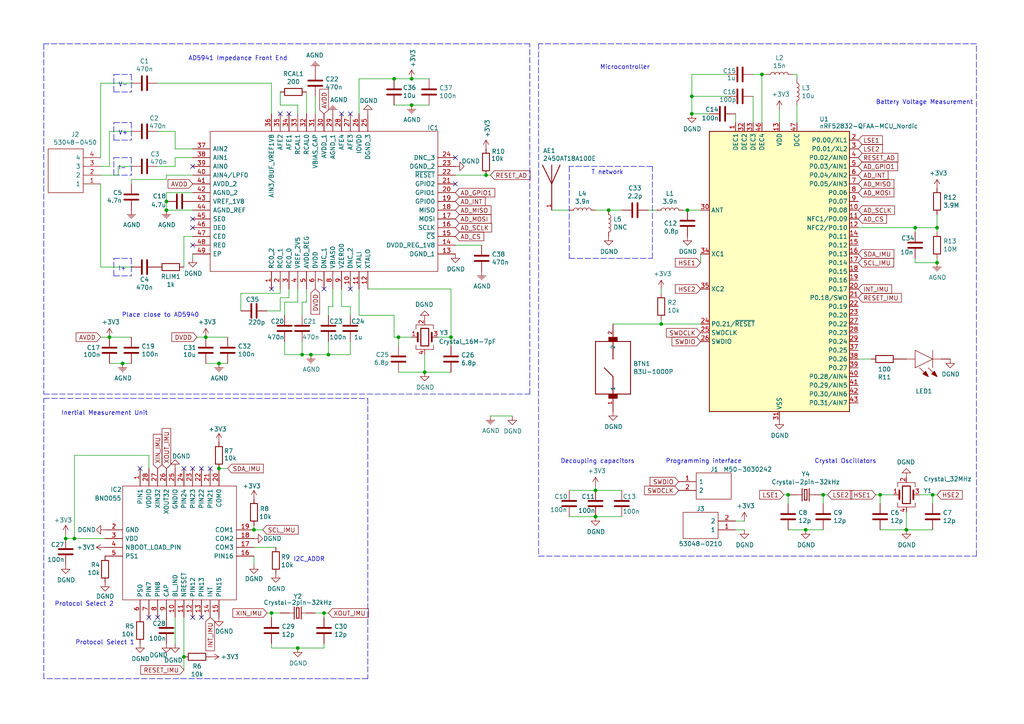
<source format=kicad_sch>
(kicad_sch (version 20250114) (generator "eeschema") (generator_version "9.0")
  (paper "A4")
  (title_block (title "VOLUM") (date "2021-02-23") (rev "v1.1") (company "University of Seville") (comment 1 "Santiago Fernández Scagliusi"))
  (text "AD5941 Impedance Front End" (at 54.61 17.78 0) (effects (font (size 1.27 1.27)) (justify left bottom)))
  (text "Inertial Measurement Unit" (at 17.78 120.65 0) (effects (font (size 1.27 1.27)) (justify left bottom)))
  (text "T network" (at 171.45 50.8 0) (effects (font (size 1.27 1.27)) (justify left bottom)))
  (text "Programming interface" (at 193.04 134.62 0) (effects (font (size 1.27 1.27)) (justify left bottom)))
  (text "I-" (at 34.29 49.53 0) (effects (font (size 1.27 1.27)) (justify left bottom)))
  (text "Decoupling capacitors" (at 162.56 134.62 0) (effects (font (size 1.27 1.27)) (justify left bottom)))
  (text "Battery Voltage Measurement" (at 254 30.48 0) (effects (font (size 1.27 1.27)) (justify left bottom)))
  (text "Crystal Oscillators" (at 236.22 134.62 0) (effects (font (size 1.27 1.27)) (justify left bottom)))
  (text "I2C_ADDR" (at 85.09 163.068 0) (effects (font (size 1.27 1.27)) (justify left bottom)))
  (text "V-" (at 34.29 25.4 0) (effects (font (size 1.27 1.27)) (justify left bottom)))
  (text "Microcontroller" (at 173.99 20.32 0) (effects (font (size 1.27 1.27)) (justify left bottom)))
  (text "V+" (at 34.29 39.37 0) (effects (font (size 1.27 1.27)) (justify left bottom)))
  (text "Protocol Select 1" (at 21.844 187.198 0) (effects (font (size 1.27 1.27)) (justify left bottom)))
  (text "Place close to AD5940" (at 35.306 92.202 0) (effects (font (size 1.27 1.27)) (justify left bottom)))
  (text "Protocol Select 2" (at 33.02 176.022 0) (effects (font (size 1.27 1.27)) (justify right bottom)))
  (text "I+" (at 34.29 78.74 0) (effects (font (size 1.27 1.27)) (justify left bottom)))
  (junction (at 86.36 187.96))
  (junction (at 31.75 97.79))
  (junction (at 255.27 143.51))
  (junction (at 119.38 22.86))
  (junction (at 262.89 153.67))
  (junction (at 48.26 60.96))
  (junction (at 123.19 107.95))
  (junction (at 35.56 105.41))
  (junction (at 93.98 177.8))
  (junction (at 238.76 143.51))
  (junction (at 220.98 21.59))
  (junction (at 199.39 60.96))
  (junction (at 176.53 60.96))
  (junction (at 119.38 30.48))
  (junction (at 19.05 156.21))
  (junction (at 53.34 190.5))
  (junction (at 87.63 102.87))
  (junction (at 200.66 33.02))
  (junction (at 21.59 156.21))
  (junction (at 270.51 143.51))
  (junction (at 191.77 93.98))
  (junction (at 48.26 58.42))
  (junction (at 90.17 102.87))
  (junction (at 73.66 153.67))
  (junction (at 59.69 97.79))
  (junction (at 271.78 76.2))
  (junction (at 271.78 66.04))
  (junction (at 233.68 153.67))
  (junction (at 265.43 66.04))
  (junction (at 140.97 50.8))
  (junction (at 200.66 27.94))
  (junction (at 228.6 143.51))
  (junction (at 63.5 135.89))
  (junction (at 78.74 177.8))
  (junction (at 63.5 105.41))
  (junction (at 130.81 97.79))
  (junction (at 114.3 22.86))
  (junction (at 172.72 149.86))
  (junction (at 172.72 142.24))
  (junction (at 115.57 97.79))
  (junction (at 95.25 102.87))
  (no_connect (at 53.34 135.89))
  (no_connect (at 55.88 179.07))
  (no_connect (at 55.88 48.26))
  (no_connect (at 58.42 179.07))
  (no_connect (at 132.08 45.72))
  (no_connect (at 81.28 33.0023))
  (no_connect (at 55.88 63.5))
  (no_connect (at 60.96 135.89))
  (no_connect (at 55.88 135.89))
  (no_connect (at 45.72 179.07))
  (no_connect (at 132.08 53.34))
  (no_connect (at 40.64 135.89))
  (no_connect (at 93.98 83.82))
  (no_connect (at 83.82 33.0023))
  (no_connect (at 101.6 33.02))
  (no_connect (at 55.88 71.12))
  (no_connect (at 58.42 135.89))
  (no_connect (at 101.6 83.82))
  (no_connect (at 78.74 83.82))
  (no_connect (at 43.18 179.07))
  (no_connect (at 55.88 66.04))
  (no_connect (at 99.06 33.02))
  (wire (pts (xy 55.88 60.96) (xy 48.26 60.96)))
  (wire (pts (xy 220.98 21.59) (xy 218.44 21.59)))
  (wire (pts (xy 240.03 143.51) (xy 238.76 143.51)))
  (wire (pts (xy 265.43 76.2) (xy 265.43 74.93)))
  (wire (pts (xy 31.75 48.26) (xy 29.21 48.26)))
  (wire (pts (xy 218.44 27.94) (xy 218.44 35.56)))
  (wire (pts (xy 93.98 187.96) (xy 93.98 186.69)))
  (wire (pts (xy 29.21 77.47) (xy 29.21 53.34)))
  (wire (pts (xy 48.26 50.8) (xy 55.88 50.8)))
  (wire (pts (xy 19.05 154.94) (xy 19.05 156.21)))
  (wire (pts (xy 130.81 97.79) (xy 130.81 100.33)))
  (wire (pts (xy 59.69 105.41) (xy 63.5 105.41)))
  (wire (pts (xy 172.72 140.97) (xy 172.72 142.24)))
  (wire (pts (xy 96.52 88.9) (xy 95.25 88.9)))
  (wire (pts (xy 29.21 97.79) (xy 31.75 97.79)))
  (wire (pts (xy 226.06 31.75) (xy 226.06 35.56)))
  (wire (pts (xy 78.74 179.07) (xy 78.74 177.8)))
  (polyline (pts (xy 33.02 40.64) (xy 38.1 40.64)) (stroke (width 0) (type dash)))
  (wire (pts (xy 233.68 153.67) (xy 238.76 153.67)))
  (wire (pts (xy 114.3 30.48) (xy 119.38 30.48)))
  (wire (pts (xy 132.08 71.12) (xy 139.7 71.12)))
  (wire (pts (xy 82.55 99.06) (xy 82.55 102.87)))
  (wire (pts (xy 254 143.51) (xy 255.27 143.51)))
  (wire (pts (xy 78.74 187.96) (xy 78.74 186.69)))
  (wire (pts (xy 50.8 179.07) (xy 50.8 186.69)))
  (wire (pts (xy 114.3 22.86) (xy 119.38 22.86)))
  (wire (pts (xy 59.69 97.79) (xy 66.04 97.79)))
  (wire (pts (xy 63.5 135.89) (xy 66.04 135.89)))
  (polyline (pts (xy 12.7 12.7) (xy 12.7 114.3)) (stroke (width 0) (type dash)))
  (wire (pts (xy 262.89 148.59) (xy 262.89 153.67)))
  (wire (pts (xy 222.25 21.59) (xy 220.98 21.59)))
  (polyline (pts (xy 33.02 35.56) (xy 38.1 35.56)) (stroke (width 0) (type dash)))
  (wire (pts (xy 101.6 102.87) (xy 101.6 99.06)))
  (wire (pts (xy 57.15 97.79) (xy 59.69 97.79)))
  (wire (pts (xy 127 97.79) (xy 130.81 97.79)))
  (wire (pts (xy 114.3 22.86) (xy 104.14 22.86)))
  (wire (pts (xy 88.9 26.67) (xy 88.9 33.02)))
  (wire (pts (xy 38.1 24.13) (xy 29.21 24.13)))
  (wire (pts (xy 210.82 27.94) (xy 200.66 27.94)))
  (polyline (pts (xy 33.02 26.67) (xy 33.02 21.59)) (stroke (width 0) (type dash)))
  (wire (pts (xy 115.57 97.79) (xy 119.38 97.79)))
  (wire (pts (xy 21.59 156.21) (xy 30.48 156.21)))
  (wire (pts (xy 191.77 92.71) (xy 191.77 93.98)))
  (polyline (pts (xy 38.1 74.93) (xy 38.1 80.01)) (stroke (width 0) (type dash)))
  (wire (pts (xy 160.02 60.96) (xy 165.1 60.96)))
  (wire (pts (xy 203.2 76.2) (xy 203.2 73.66)))
  (wire (pts (xy 48.26 55.88) (xy 55.88 55.88)))
  (polyline (pts (xy 106.68 115.57) (xy 106.68 196.85)) (stroke (width 0) (type dash)))
  (wire (pts (xy 73.66 152.4) (xy 73.66 153.67)))
  (wire (pts (xy 77.47 90.17) (xy 81.28 90.17)))
  (wire (pts (xy 34.29 50.8) (xy 34.29 48.26)))
  (wire (pts (xy 176.53 60.96) (xy 180.34 60.96)))
  (wire (pts (xy 38.1 77.47) (xy 29.21 77.47)))
  (wire (pts (xy 38.1 38.1) (xy 31.75 38.1)))
  (wire (pts (xy 238.76 143.51) (xy 238.76 146.05)))
  (wire (pts (xy 255.27 143.51) (xy 259.08 143.51)))
  (wire (pts (xy 81.28 83.82) (xy 81.28 85.09)))
  (wire (pts (xy 177.8 93.98) (xy 191.77 93.98)))
  (wire (pts (xy 187.96 60.96) (xy 190.5 60.96)))
  (wire (pts (xy 95.25 177.8) (xy 93.98 177.8)))
  (wire (pts (xy 228.6 153.67) (xy 233.68 153.67)))
  (wire (pts (xy 80.01 158.75) (xy 73.66 158.75)))
  (wire (pts (xy 119.38 30.48) (xy 124.46 30.48)))
  (wire (pts (xy 205.74 33.02) (xy 200.66 33.02)))
  (wire (pts (xy 53.34 68.58) (xy 55.88 68.58)))
  (wire (pts (xy 50.8 48.26) (xy 50.8 45.72)))
  (polyline (pts (xy 33.02 21.59) (xy 38.1 21.59)) (stroke (width 0) (type dash)))
  (wire (pts (xy 265.43 66.04) (xy 271.78 66.04)))
  (polyline (pts (xy 12.7 114.3) (xy 153.67 114.3)) (stroke (width 0) (type dash)))
  (wire (pts (xy 106.68 83.82) (xy 130.81 83.82)))
  (polyline (pts (xy 283.21 12.7) (xy 156.21 12.7)) (stroke (width 0) (type dash)))
  (wire (pts (xy 21.59 132.08) (xy 21.59 156.21)))
  (wire (pts (xy 213.36 151.13) (xy 215.9 151.13)))
  (wire (pts (xy 255.27 153.67) (xy 262.89 153.67)))
  (polyline (pts (xy 153.67 114.3) (xy 153.67 12.7)) (stroke (width 0) (type dash)))
  (wire (pts (xy 132.08 50.8) (xy 140.97 50.8)))
  (wire (pts (xy 231.14 21.59) (xy 229.87 21.59)))
  (wire (pts (xy 82.55 91.44) (xy 82.55 87.63)))
  (wire (pts (xy 119.38 22.86) (xy 124.46 22.86)))
  (wire (pts (xy 87.63 99.06) (xy 87.63 102.87)))
  (polyline (pts (xy 165.1 48.26) (xy 165.1 74.93)) (stroke (width 0) (type dash)))
  (wire (pts (xy 123.19 107.95) (xy 130.81 107.95)))
  (wire (pts (xy 271.78 143.51) (xy 270.51 143.51)))
  (wire (pts (xy 81.28 90.17) (xy 81.28 86.36)))
  (wire (pts (xy 78.74 177.8) (xy 81.28 177.8)))
  (wire (pts (xy 86.36 30.48) (xy 81.28 30.48)))
  (wire (pts (xy 213.36 33.02) (xy 213.36 35.56)))
  (polyline (pts (xy 165.1 74.93) (xy 189.23 74.93)) (stroke (width 0) (type dash)))
  (wire (pts (xy 114.3 97.79) (xy 115.57 97.79)))
  (wire (pts (xy 73.66 163.83) (xy 73.66 161.29)))
  (wire (pts (xy 53.34 190.5) (xy 53.34 194.31)))
  (wire (pts (xy 265.43 66.04) (xy 248.92 66.04)))
  (wire (pts (xy 31.75 38.1) (xy 31.75 48.26)))
  (polyline (pts (xy 12.7 196.85) (xy 12.7 115.57)) (stroke (width 0) (type dash)))
  (wire (pts (xy 104.14 22.86) (xy 104.14 33.02)))
  (polyline (pts (xy 156.21 161.29) (xy 283.21 161.29)) (stroke (width 0) (type dash)))
  (wire (pts (xy 43.18 135.89) (xy 43.18 132.08)))
  (polyline (pts (xy 12.7 115.57) (xy 106.68 115.57)) (stroke (width 0) (type dash)))
  (wire (pts (xy 266.7 143.51) (xy 270.51 143.51)))
  (wire (pts (xy 115.57 100.33) (xy 115.57 97.79)))
  (polyline (pts (xy 33.02 50.8) (xy 38.1 50.8)) (stroke (width 0) (type dash)))
  (wire (pts (xy 87.63 102.87) (xy 90.17 102.87)))
  (wire (pts (xy 104.14 91.44) (xy 114.3 91.44)))
  (wire (pts (xy 265.43 76.2) (xy 271.78 76.2)))
  (wire (pts (xy 31.75 105.41) (xy 35.56 105.41)))
  (wire (pts (xy 82.55 102.87) (xy 87.63 102.87)))
  (wire (pts (xy 34.29 48.26) (xy 38.1 48.26)))
  (wire (pts (xy 63.5 105.41) (xy 66.04 105.41)))
  (wire (pts (xy 55.88 73.66) (xy 55.88 74.93)))
  (wire (pts (xy 93.98 177.8) (xy 91.44 177.8)))
  (wire (pts (xy 172.72 60.96) (xy 176.53 60.96)))
  (wire (pts (xy 69.85 85.09) (xy 69.85 90.17)))
  (wire (pts (xy 270.51 143.51) (xy 270.51 146.05)))
  (wire (pts (xy 200.66 27.94) (xy 200.66 21.59)))
  (wire (pts (xy 48.26 60.96) (xy 48.26 58.42)))
  (wire (pts (xy 123.19 102.87) (xy 123.19 107.95)))
  (wire (pts (xy 53.34 179.07) (xy 53.34 190.5)))
  (wire (pts (xy 88.9 87.63) (xy 88.9 83.82)))
  (wire (pts (xy 78.74 187.96) (xy 86.36 187.96)))
  (wire (pts (xy 248.92 104.14) (xy 252.73 104.14)))
  (wire (pts (xy 262.89 153.67) (xy 270.51 153.67)))
  (wire (pts (xy 50.8 38.1) (xy 50.8 43.18)))
  (wire (pts (xy 95.25 99.06) (xy 95.25 102.87)))
  (wire (pts (xy 86.36 187.96) (xy 93.98 187.96)))
  (wire (pts (xy 200.66 27.94) (xy 200.66 33.02)))
  (wire (pts (xy 271.78 74.93) (xy 271.78 76.2)))
  (polyline (pts (xy 153.67 12.7) (xy 12.7 12.7)) (stroke (width 0) (type dash)))
  (wire (pts (xy 48.26 55.88) (xy 48.26 58.42)))
  (wire (pts (xy 172.72 149.86) (xy 180.34 149.86)))
  (wire (pts (xy 38.1 52.07) (xy 48.26 52.07)))
  (wire (pts (xy 165.1 142.24) (xy 172.72 142.24)))
  (wire (pts (xy 140.97 50.8) (xy 142.24 50.8)))
  (wire (pts (xy 38.1 53.34) (xy 38.1 52.07)))
  (wire (pts (xy 265.43 67.31) (xy 265.43 66.04)))
  (wire (pts (xy 50.8 43.18) (xy 55.88 43.18)))
  (polyline (pts (xy 189.23 74.93) (xy 189.23 48.26)) (stroke (width 0) (type dash)))
  (polyline (pts (xy 33.02 45.72) (xy 38.1 45.72)) (stroke (width 0) (type dash)))
  (wire (pts (xy 200.66 21.59) (xy 210.82 21.59)))
  (polyline (pts (xy 106.68 196.85) (xy 12.7 196.85)) (stroke (width 0) (type dash)))
  (wire (pts (xy 165.1 149.86) (xy 172.72 149.86)))
  (polyline (pts (xy 33.02 50.8) (xy 33.02 45.72)) (stroke (width 0) (type dash)))
  (wire (pts (xy 86.36 33.02) (xy 86.36 30.48)))
  (polyline (pts (xy 189.23 48.26) (xy 165.1 48.26)) (stroke (width 0) (type dash)))
  (polyline (pts (xy 156.21 12.7) (xy 156.21 161.29)) (stroke (width 0) (type dash)))
  (wire (pts (xy 199.39 60.96) (xy 203.2 60.96)))
  (wire (pts (xy 77.47 177.8) (xy 78.74 177.8)))
  (wire (pts (xy 227.33 143.51) (xy 228.6 143.51)))
  (wire (pts (xy 73.66 153.67) (xy 76.2 153.67)))
  (wire (pts (xy 99.06 88.9) (xy 101.6 88.9)))
  (wire (pts (xy 96.52 83.82) (xy 96.52 88.9)))
  (polyline (pts (xy 38.1 35.56) (xy 38.1 40.64)) (stroke (width 0) (type dash)))
  (wire (pts (xy 95.25 102.87) (xy 101.6 102.87)))
  (wire (pts (xy 90.17 102.87) (xy 95.25 102.87)))
  (wire (pts (xy 87.63 91.44) (xy 87.63 87.63)))
  (polyline (pts (xy 283.21 161.29) (xy 283.21 12.7)) (stroke (width 0) (type dash)))
  (wire (pts (xy 104.14 83.82) (xy 104.14 91.44)))
  (wire (pts (xy 45.72 24.13) (xy 78.74 24.13)))
  (wire (pts (xy 231.14 22.86) (xy 231.14 21.59)))
  (wire (pts (xy 130.81 83.82) (xy 130.81 97.79)))
  (wire (pts (xy 81.28 86.36) (xy 83.82 86.36)))
  (wire (pts (xy 114.3 91.44) (xy 114.3 97.79)))
  (wire (pts (xy 213.36 153.67) (xy 215.9 153.67)))
  (wire (pts (xy 191.77 93.98) (xy 203.2 93.98)))
  (wire (pts (xy 271.78 67.31) (xy 271.78 66.04)))
  (wire (pts (xy 101.6 88.9) (xy 101.6 91.44)))
  (wire (pts (xy 35.56 105.41) (xy 38.1 105.41)))
  (wire (pts (xy 220.98 35.56) (xy 220.98 21.59)))
  (polyline (pts (xy 38.1 45.72) (xy 38.1 50.8)) (stroke (width 0) (type dash)))
  (wire (pts (xy 45.72 48.26) (xy 50.8 48.26)))
  (wire (pts (xy 191.77 83.82) (xy 191.77 85.09)))
  (wire (pts (xy 45.72 38.1) (xy 50.8 38.1)))
  (wire (pts (xy 93.98 177.8) (xy 93.98 179.07)))
  (wire (pts (xy 86.36 87.63) (xy 86.36 83.82)))
  (wire (pts (xy 83.82 86.36) (xy 83.82 83.82)))
  (wire (pts (xy 95.25 88.9) (xy 95.25 91.44)))
  (wire (pts (xy 50.8 45.72) (xy 55.88 45.72)))
  (wire (pts (xy 115.57 107.95) (xy 123.19 107.95)))
  (wire (pts (xy 228.6 146.05) (xy 228.6 143.51)))
  (wire (pts (xy 29.21 24.13) (xy 29.21 45.72)))
  (wire (pts (xy 81.28 30.48) (xy 81.28 26.67)))
  (polyline (pts (xy 33.02 80.01) (xy 38.1 80.01)) (stroke (width 0) (type dash)))
  (wire (pts (xy 99.06 83.82) (xy 99.06 88.9)))
  (wire (pts (xy 271.78 66.04) (xy 271.78 62.23)))
  (polyline (pts (xy 33.02 26.67) (xy 38.1 26.67)) (stroke (width 0) (type dash)))
  (wire (pts (xy 231.14 30.48) (xy 231.14 35.56)))
  (wire (pts (xy 81.28 85.09) (xy 69.85 85.09)))
  (wire (pts (xy 148.59 120.65) (xy 142.24 120.65)))
  (wire (pts (xy 82.55 87.63) (xy 86.36 87.63)))
  (wire (pts (xy 78.74 24.13) (xy 78.74 33.02)))
  (wire (pts (xy 53.34 77.47) (xy 53.34 68.58)))
  (wire (pts (xy 91.44 27.94) (xy 91.44 33.02)))
  (wire (pts (xy 255.27 146.05) (xy 255.27 143.51)))
  (wire (pts (xy 21.59 156.21) (xy 19.05 156.21)))
  (polyline (pts (xy 33.02 74.93) (xy 38.1 74.93)) (stroke (width 0) (type dash)))
  (wire (pts (xy 48.26 52.07) (xy 48.26 50.8)))
  (polyline (pts (xy 33.02 40.64) (xy 33.02 35.56)) (stroke (width 0) (type dash)))
  (polyline (pts (xy 33.02 80.01) (xy 33.02 74.93)) (stroke (width 0) (type dash)))
  (wire (pts (xy 87.63 87.63) (xy 88.9 87.63)))
  (wire (pts (xy 172.72 142.24) (xy 180.34 142.24)))
  (wire (pts (xy 198.12 60.96) (xy 199.39 60.96)))
  (wire (pts (xy 43.18 132.08) (xy 21.59 132.08)))
  (polyline (pts (xy 38.1 21.59) (xy 38.1 26.67)) (stroke (width 0) (type dash)))
  (wire (pts (xy 31.75 97.79) (xy 38.1 97.79)))
  (wire (pts (xy 34.29 50.8) (xy 29.21 50.8)))
  (global_label "LSE2" (shape input) (at 240.03 143.51 0) (property "Intersheetrefs" "${INTERSHEET_REFS}" (effects (hide yes))))
  (global_label "SWDCLK" (shape input) (at 203.2 96.52 180) (property "Intersheetrefs" "${INTERSHEET_REFS}" (effects (hide yes))))
  (global_label "RESET_IMU" (shape input) (at 248.92 86.36 0) (property "Intersheetrefs" "${INTERSHEET_REFS}" (effects (hide yes))))
  (global_label "AD_INT" (shape input) (at 132.08 58.42 0) (property "Intersheetrefs" "${INTERSHEET_REFS}" (effects (hide yes))))
  (global_label "SCL_IMU" (shape input) (at 248.92 76.2 0) (property "Intersheetrefs" "${INTERSHEET_REFS}" (effects (hide yes))))
  (global_label "AD_MISO" (shape input) (at 248.92 53.34 0) (property "Intersheetrefs" "${INTERSHEET_REFS}" (effects (hide yes))))
  (global_label "RESET_AD" (shape input) (at 248.92 45.72 0) (property "Intersheetrefs" "${INTERSHEET_REFS}" (effects (hide yes))))
  (global_label "XIN_IMU" (shape input) (at 77.47 177.8 180) (property "Intersheetrefs" "${INTERSHEET_REFS}" (effects (hide yes))))
  (global_label "SWDIO" (shape input) (at 196.85 139.7 180) (property "Intersheetrefs" "${INTERSHEET_REFS}" (effects (hide yes))))
  (global_label "DVDD" (shape input) (at 57.15 97.79 180) (property "Intersheetrefs" "${INTERSHEET_REFS}" (effects (hide yes))))
  (global_label "HSE2" (shape input) (at 271.78 143.51 0) (property "Intersheetrefs" "${INTERSHEET_REFS}" (effects (hide yes))))
  (global_label "AD_INT" (shape input) (at 248.92 50.8 0) (property "Intersheetrefs" "${INTERSHEET_REFS}" (effects (hide yes))))
  (global_label "XOUT_IMU" (shape input) (at 48.26 135.89 90) (property "Intersheetrefs" "${INTERSHEET_REFS}" (effects (hide yes))))
  (global_label "SCL_IMU" (shape input) (at 76.2 153.67 0) (property "Intersheetrefs" "${INTERSHEET_REFS}" (effects (hide yes))))
  (global_label "AD_SCLK" (shape input) (at 248.92 60.96 0) (property "Intersheetrefs" "${INTERSHEET_REFS}" (effects (hide yes))))
  (global_label "AD_SCLK" (shape input) (at 132.08 66.04 0) (property "Intersheetrefs" "${INTERSHEET_REFS}" (effects (hide yes))))
  (global_label "AVDD" (shape input) (at 29.21 97.79 180) (property "Intersheetrefs" "${INTERSHEET_REFS}" (effects (hide yes))))
  (global_label "SWDIO" (shape input) (at 203.2 99.06 180) (property "Intersheetrefs" "${INTERSHEET_REFS}" (effects (hide yes))))
  (global_label "HSE2" (shape input) (at 203.2 83.82 180) (property "Intersheetrefs" "${INTERSHEET_REFS}" (effects (hide yes))))
  (global_label "AD_GPIO1" (shape input) (at 132.08 55.88 0) (property "Intersheetrefs" "${INTERSHEET_REFS}" (effects (hide yes))))
  (global_label "RESET_AD" (shape input) (at 142.24 50.8 0) (property "Intersheetrefs" "${INTERSHEET_REFS}" (effects (hide yes))))
  (global_label "AVDD" (shape input) (at 55.88 53.34 180) (property "Intersheetrefs" "${INTERSHEET_REFS}" (effects (hide yes))))
  (global_label "AVDD" (shape input) (at 93.98 33.02 90) (property "Intersheetrefs" "${INTERSHEET_REFS}" (effects (hide yes))))
  (global_label "INT_IMU" (shape input) (at 248.92 83.82 0) (property "Intersheetrefs" "${INTERSHEET_REFS}" (effects (hide yes))))
  (global_label "LSE1" (shape input) (at 248.92 40.64 0) (property "Intersheetrefs" "${INTERSHEET_REFS}" (effects (hide yes))))
  (global_label "SWDCLK" (shape input) (at 196.85 142.24 180) (property "Intersheetrefs" "${INTERSHEET_REFS}" (effects (hide yes))))
  (global_label "RESET_IMU" (shape input) (at 53.34 194.31 180) (property "Intersheetrefs" "${INTERSHEET_REFS}" (effects (hide yes))))
  (global_label "AD_CS" (shape input) (at 132.08 68.58 0) (property "Intersheetrefs" "${INTERSHEET_REFS}" (effects (hide yes))))
  (global_label "HSE1" (shape input) (at 203.2 76.2 180) (property "Intersheetrefs" "${INTERSHEET_REFS}" (effects (hide yes))))
  (global_label "AD_MOSI" (shape input) (at 248.92 55.88 0) (property "Intersheetrefs" "${INTERSHEET_REFS}" (effects (hide yes))))
  (global_label "AD_CS" (shape input) (at 248.92 63.5 0) (property "Intersheetrefs" "${INTERSHEET_REFS}" (effects (hide yes))))
  (global_label "HSE1" (shape input) (at 254 143.51 180) (property "Intersheetrefs" "${INTERSHEET_REFS}" (effects (hide yes))))
  (global_label "XIN_IMU" (shape input) (at 45.72 135.89 90) (property "Intersheetrefs" "${INTERSHEET_REFS}" (effects (hide yes))))
  (global_label "XOUT_IMU" (shape input) (at 95.25 177.8 0) (property "Intersheetrefs" "${INTERSHEET_REFS}" (effects (hide yes))))
  (global_label "AD_GPIO1" (shape input) (at 248.92 48.26 0) (property "Intersheetrefs" "${INTERSHEET_REFS}" (effects (hide yes))))
  (global_label "DVDD" (shape input) (at 91.44 83.82 270) (property "Intersheetrefs" "${INTERSHEET_REFS}" (effects (hide yes))))
  (global_label "AD_MOSI" (shape input) (at 132.08 63.5 0) (property "Intersheetrefs" "${INTERSHEET_REFS}" (effects (hide yes))))
  (global_label "LSE1" (shape input) (at 227.33 143.51 180) (property "Intersheetrefs" "${INTERSHEET_REFS}" (effects (hide yes))))
  (global_label "SDA_IMU" (shape input) (at 66.04 135.89 0) (property "Intersheetrefs" "${INTERSHEET_REFS}" (effects (hide yes))))
  (global_label "LSE2" (shape input) (at 248.92 43.18 0) (property "Intersheetrefs" "${INTERSHEET_REFS}" (effects (hide yes))))
  (global_label "INT_IMU" (shape input) (at 60.96 179.07 270) (property "Intersheetrefs" "${INTERSHEET_REFS}" (effects (hide yes))))
  (global_label "SDA_IMU" (shape input) (at 248.92 73.66 0) (property "Intersheetrefs" "${INTERSHEET_REFS}" (effects (hide yes))))
  (global_label "AD_MISO" (shape input) (at 132.08 60.96 0) (property "Intersheetrefs" "${INTERSHEET_REFS}" (effects (hide yes))))
  (symbol (lib_id "Volum-rescue:nRF52832-QFxx-MCU_Nordic-Volum") (at 226.06 78.74 0) (unit 1)
    (property "Reference" "U1" (at 239.014 34.544 0))
    (property "Value" "nRF52832-QFAA-MCU_Nordic" (at 251.968 36.576 0))
    (property "Footprint" "Volum:QFN-48-1EP_6x6mm_Pitch0.4mm" (effects (hide yes)))
  )
  (symbol (lib_id "Volum-rescue:C-Device-Volum") (at 209.55 33.02 270) (unit 1)
    (property "Reference" "C14" (at 206.502 31.75 90))
    (property "Value" "100n" (at 205.994 33.528 90) (effects (justify top)))
    (property "Footprint" "Volum:C_0402" (effects (hide yes)))
  )
  (symbol (lib_id "Volum-rescue:C-Device-Volum") (at 214.63 27.94 270) (unit 1)
    (property "Reference" "C16" (at 211.582 26.67 90))
    (property "Value" "100p" (at 211.074 28.194 90) (effects (justify top)))
    (property "Footprint" "Volum:C_0402" (effects (hide yes)))
  )
  (symbol (lib_id "Volum-rescue:C-Device-Volum") (at 214.63 21.59 270) (unit 1)
    (property "Reference" "C15" (at 211.582 20.574 90))
    (property "Value" "1u" (at 212.09 22.606 90))
    (property "Footprint" "Volum:C_0402" (effects (hide yes)))
  )
  (symbol (lib_id "Volum-rescue:C-Device-Volum") (at 199.39 64.77 0) (unit 1)
    (property "Reference" "C12" (at 192.532 64.77 0) (effects (justify left)))
    (property "Value" "0.8p" (at 192.532 67.0814 0) (effects (justify left)))
    (property "Footprint" "Volum:C_0402" (effects (hide yes)))
  )
  (symbol (lib_name "2450AT18A100E-Volum_1") (lib_id "Volum-rescue:2450AT18A100E-Volum") (at 160.02 55.88 0) (unit 1)
    (property "Reference" "AE1" (at 157.48 43.688 0) (effects (justify left)))
    (property "Value" "2450AT18A100E" (at 157.48 45.974 0) (effects (justify left)))
    (property "Footprint" "Volum:ANTC3216X140N" (effects (hide yes)))
    (property "Datasheet" "2450AT18A100E" (effects (hide yes)))
    (property "Field4" "712-1005-1-ND" (effects (hide yes)))
    (property "Field5" "Johanson Technology" (effects (hide yes)))
    (property "Field6" "FBGA-780 Johanson" (effects (hide yes)))
    (property "Field7" "ANTENNA, CERAMIC, 2.45GHZ; Bandwidth: 100MHz; Frequency: 2.45GHz; Gain: -0.5dB; Impedance: 50ohm" (effects (hide yes)))
    (property "Field8" "https://www.digikey.es/product-detail/en/johanson-technology-inc/2450AT18A100E/712-1005-1-ND/1560834?utm_source=snapeda&utm_medium=aggregator&utm_campaign=symbol" (effects (hide yes)))
  )
  (symbol (lib_name "B3U-3000P-Volum_1") (lib_id "Volum-rescue:B3U-3000P-Volum") (at 177.8 106.68 270) (unit 1)
    (property "Reference" "BTN1" (at 183.642 105.5116 90) (effects (justify left)))
    (property "Value" "B3U-1000P" (at 183.642 107.823 90) (effects (justify left)))
    (property "Footprint" "Volum:SW_B3U-1000P" (effects (hide yes)))
    (property "Datasheet" "Omron Electronics" (effects (hide yes)))
    (property "Field4" "None" (effects (hide yes)))
    (property "Campo6" "Unavailable" (effects (hide yes)))
    (property "Campo7" "B3U-3000P" (effects (hide yes)))
    (property "Campo8" "None" (effects (hide yes)))
  )
  (symbol (lib_id "Volum-rescue:Crystal_CX2016_32M-Device-Volum") (at 262.89 143.51 0) (unit 1)
    (property "Reference" "Y1" (at 267.8176 142.3416 0) (effects (justify left)))
    (property "Value" "Crystal_32MHz" (at 267.8176 139.6492 0) (effects (justify left bottom)))
    (property "Footprint" "Volum:ECS320833B7KMTR" (effects (hide yes)))
  )
  (symbol (lib_id "Volum-rescue:C-Device-Volum") (at 255.27 149.86 0) (unit 1)
    (property "Reference" "C6" (at 258.191 148.6916 0) (effects (justify left)))
    (property "Value" "12p" (at 258.191 151.003 0) (effects (justify left)))
    (property "Footprint" "Volum:C_0402" (effects (hide yes)))
  )
  (symbol (lib_id "Volum-rescue:C-Device-Volum") (at 270.51 149.86 0) (unit 1)
    (property "Reference" "C7" (at 273.431 148.6916 0) (effects (justify left)))
    (property "Value" "12p" (at 273.431 151.003 0) (effects (justify left)))
    (property "Footprint" "Volum:C_0402" (effects (hide yes)))
  )
  (symbol (lib_id "Volum-rescue:C-Device-Volum") (at 228.6 149.86 0) (unit 1)
    (property "Reference" "C8" (at 231.521 148.6916 0) (effects (justify left)))
    (property "Value" "12p" (at 231.521 151.003 0) (effects (justify left)))
    (property "Footprint" "Volum:C_0402" (effects (hide yes)))
  )
  (symbol (lib_id "Volum-rescue:C-Device-Volum") (at 238.76 149.86 0) (unit 1)
    (property "Reference" "C9" (at 241.681 148.6916 0) (effects (justify left)))
    (property "Value" "12p" (at 241.681 151.003 0) (effects (justify left)))
    (property "Footprint" "Volum:C_0402" (effects (hide yes)))
  )
  (symbol (lib_id "Volum-rescue:C-Device-Volum") (at 165.1 146.05 0) (unit 1)
    (property "Reference" "C10" (at 160.782 144.018 0) (effects (justify left)))
    (property "Value" "100n" (at 159.512 147.8534 0) (effects (justify left)))
    (property "Footprint" "Volum:C_0402" (effects (hide yes)))
  )
  (symbol (lib_id "Volum-rescue:C-Device-Volum") (at 172.72 146.05 0) (unit 1)
    (property "Reference" "C11" (at 168.656 144.018 0) (effects (justify left)))
    (property "Value" "100n" (at 167.64 148.082 0) (effects (justify left)))
    (property "Footprint" "Volum:C_0402" (effects (hide yes)))
  )
  (symbol (lib_id "Volum-rescue:C-Device-Volum") (at 180.34 146.05 0) (unit 1)
    (property "Reference" "C13" (at 180.594 144.018 0) (effects (justify left)))
    (property "Value" "100n" (at 180.594 148.336 0) (effects (justify left)))
    (property "Footprint" "Volum:C_0402" (effects (hide yes)))
  )
  (symbol (lib_id "Volum-rescue:+3.3V-Volum") (at 172.72 140.97 0) (unit 1)
    (property "Reference" "#PWR011" (effects (hide yes)))
    (property "Value" "+3V3" (at 173.101 136.5758 0))
  )
  (symbol (lib_id "Volum-rescue:+3.3V-Volum") (at 191.77 83.82 0) (unit 1)
    (property "Reference" "#PWR014" (effects (hide yes)))
    (property "Value" "+3V3" (at 192.151 79.4258 0))
  )
  (symbol (lib_id "Volum-rescue:R-Device-Volum") (at 191.77 88.9 0) (unit 1)
    (property "Reference" "R2" (at 193.548 87.7316 0) (effects (justify left)))
    (property "Value" "10k" (at 193.548 90.043 0) (effects (justify left)))
    (property "Footprint" "Volum:R_0402" (effects (hide yes)))
  )
  (symbol (lib_id "Volum-rescue:C-Device-Volum") (at 95.25 95.25 0) (unit 1)
    (property "Reference" "C23" (at 95.504 93.218 0) (effects (justify left)))
    (property "Value" "100n" (at 95.504 97.79 0) (effects (justify left)))
    (property "Footprint" "Volum:C_0402" (effects (hide yes)))
  )
  (symbol (lib_id "Volum-rescue:C-Device-Volum") (at 91.44 24.13 0) (unit 1)
    (property "Reference" "C22" (at 94.361 22.9616 0) (effects (justify left)))
    (property "Value" "470n" (at 94.361 25.273 0) (effects (justify left)))
    (property "Footprint" "Volum:C_0402" (effects (hide yes)))
  )
  (symbol (lib_id "Volum-rescue:AGND-Volum") (at 91.44 20.32 180) (unit 1)
    (property "Reference" "#PWR0102" (effects (hide yes)))
    (property "Value" "AGND" (at 91.313 16.0274 0))
  )
  (symbol (lib_id "Volum-rescue:C-Device-Volum") (at 101.6 95.25 0) (unit 1)
    (property "Reference" "C24" (at 101.854 93.218 0) (effects (justify left)))
    (property "Value" "1u" (at 102.616 97.79 0) (effects (justify left)))
    (property "Footprint" "Volum:C_0402" (effects (hide yes)))
  )
  (symbol (lib_id "Volum-rescue:R-Device-Volum") (at 85.09 26.67 270) (unit 1)
    (property "Reference" "RCAL1" (at 85.09 21.4122 90))
    (property "Value" "200" (at 85.09 23.7236 90))
    (property "Footprint" "Volum:R_0402" (effects (hide yes)))
  )
  (symbol (lib_id "Volum-rescue:C-Device-Volum") (at 52.07 58.42 270) (unit 1)
    (property "Reference" "C18" (at 46.228 56.896 90))
    (property "Value" "4.7u" (at 45.974 59.436 90))
    (property "Footprint" "Volum:C_0402" (effects (hide yes)))
  )
  (symbol (lib_id "Volum-rescue:AD5941BCPZ-Volum") (at 78.74 83.82 90) (unit 1)
    (property "Reference" "IC1" (at 127.254 37.084 90) (effects (justify left)))
    (property "Value" "AD5941BCPZ" (effects (hide yes)))
    (property "Footprint" "Wearable:QFN50P700X700X80-49N-D" (effects (hide yes)))
    (property "Description" "Data Acquisition ADCs/DACs - Specialized Bio-Impedance & Electrochemical AFE" (effects (hide yes)))
    (property "Height" "0.8" (effects (hide yes)))
    (property "Manufacturer_Name" "Analog Devices" (effects (hide yes)))
    (property "Manufacturer_Part_Number" "AD5941BCPZ" (effects (hide yes)))
  )
  (symbol (lib_id "Volum-rescue:C-Device-Volum") (at 41.91 77.47 270) (unit 1)
    (property "Reference" "C4" (at 41.91 81.0768 90))
    (property "Value" "470n" (at 41.91 83.3882 90))
    (property "Footprint" "Volum:C_0402" (effects (hide yes)))
    (property "Note" "C-ISO1" (effects (hide yes)))
  )
  (symbol (lib_id "Volum-rescue:C-Device-Volum") (at 41.91 24.13 270) (unit 1)
    (property "Reference" "C1" (at 41.91 17.7292 90))
    (property "Value" "470n" (at 41.91 20.0406 90))
    (property "Footprint" "Volum:C_0402" (effects (hide yes)))
    (property "Note" "C-ISO4" (effects (hide yes)))
  )
  (symbol (lib_id "Volum-rescue:C-Device-Volum") (at 41.91 38.1 270) (unit 1)
    (property "Reference" "C2" (at 44.704 34.29 90))
    (property "Value" "470n" (at 45.72 36.576 90))
    (property "Footprint" "Volum:C_0402" (effects (hide yes)))
    (property "Note" "C-ISO3" (effects (hide yes)))
  )
  (symbol (lib_id "Volum-rescue:C-Device-Volum") (at 41.91 48.26 270) (unit 1)
    (property "Reference" "C3" (at 44.958 44.704 90))
    (property "Value" "470n" (at 45.974 46.99 90))
    (property "Footprint" "Volum:C_0402" (effects (hide yes)))
    (property "Note" "C-ISO2" (effects (hide yes)))
  )
  (symbol (lib_id "Volum-rescue:C-Device-Volum") (at 38.1 57.15 0) (unit 1)
    (property "Reference" "C5" (at 32.766 55.88 0) (effects (justify left)))
    (property "Value" "4.7n" (at 30.988 58.166 0) (effects (justify left)))
    (property "Footprint" "Volum:C_0402" (effects (hide yes)))
    (property "Note" "C-LPF" (effects (hide yes)))
  )
  (symbol (lib_id "Volum-rescue:AGND-Volum") (at 48.26 60.96 0) (unit 1)
    (property "Reference" "#PWR0103" (effects (hide yes)))
    (property "Value" "AGND" (at 48.387 65.2272 0))
  )
  (symbol (lib_id "Volum-rescue:AGND-Volum") (at 38.1 60.96 0) (unit 1)
    (property "Reference" "#PWR0104" (effects (hide yes)))
    (property "Value" "AGND" (at 38.227 65.2272 0))
  )
  (symbol (lib_id "Volum-rescue:C-Device-Volum") (at 82.55 95.25 0) (unit 1)
    (property "Reference" "C20" (at 78.486 93.218 0) (effects (justify left)))
    (property "Value" "470n" (at 77.47 97.79 0) (effects (justify left)))
    (property "Footprint" "Volum:C_0402" (effects (hide yes)))
  )
  (symbol (lib_id "Volum-rescue:R-Device-Volum") (at 49.53 77.47 270) (unit 1)
    (property "Reference" "RLIM1" (at 49.53 80.2132 90))
    (property "Value" "1k" (at 49.53 82.5246 90))
    (property "Footprint" "Volum:R_0402" (effects (hide yes)))
  )
  (symbol (lib_id "Volum-rescue:DGND-Volum") (at 132.08 73.66 0) (unit 1)
    (property "Reference" "#PWR0105" (effects (hide yes)))
    (property "Value" "DGND" (at 132.207 78.0542 0))
  )
  (symbol (lib_id "Volum-rescue:DGND-Volum") (at 132.08 48.26 90) (unit 1)
    (property "Reference" "#PWR0106" (effects (hide yes)))
    (property "Value" "DGND" (at 133.858 46.736 90) (effects (justify right)))
  )
  (symbol (lib_id "Volum-rescue:DGND-Volum") (at 106.68 33.02 180) (unit 1)
    (property "Reference" "#PWR0107" (effects (hide yes)))
    (property "Value" "DGND" (at 106.934 29.21 0))
  )
  (symbol (lib_id "Volum-rescue:AGND-Volum") (at 96.52 33.02 180) (unit 1)
    (property "Reference" "#PWR0108" (effects (hide yes)))
    (property "Value" "AGND" (at 98.298 28.956 0))
  )
  (symbol (lib_id "Volum-rescue:C-Device-Volum") (at 115.57 104.14 0) (unit 1)
    (property "Reference" "C25" (at 108.966 102.87 0) (effects (justify left)))
    (property "Value" "6.8p" (at 108.458 105.156 0) (effects (justify left)))
    (property "Footprint" "Volum:C_0402" (effects (hide yes)))
  )
  (symbol (lib_id "Volum-rescue:C-Device-Volum") (at 130.81 104.14 0) (unit 1)
    (property "Reference" "C26" (at 133.731 102.9716 0) (effects (justify left)))
    (property "Value" "6.8p" (at 133.731 105.283 0) (effects (justify left)))
    (property "Footprint" "Volum:C_0402" (effects (hide yes)))
  )
  (symbol (lib_id "Volum-rescue:DGND-Volum") (at 123.19 107.95 0) (unit 1)
    (property "Reference" "#PWR0109" (effects (hide yes)))
    (property "Value" "DGND" (at 123.317 112.3442 0))
  )
  (symbol (lib_id "Volum-rescue:DGND-Volum") (at 123.19 92.71 180) (unit 1)
    (property "Reference" "#PWR0110" (effects (hide yes)))
    (property "Value" "DGND" (at 123.063 88.3158 0))
  )
  (symbol (lib_id "Volum-rescue:DGND-Volum") (at 262.89 153.67 0) (unit 1)
    (property "Reference" "#PWR0111" (effects (hide yes)))
    (property "Value" "DGND" (at 263.017 158.0642 0))
  )
  (symbol (lib_id "Volum-rescue:DGND-Volum") (at 262.89 138.43 180) (unit 1)
    (property "Reference" "#PWR0112" (effects (hide yes)))
    (property "Value" "DGND" (at 262.763 134.0358 0))
  )
  (symbol (lib_id "Volum-rescue:DGND-Volum") (at 233.68 153.67 0) (unit 1)
    (property "Reference" "#PWR0113" (effects (hide yes)))
    (property "Value" "DGND" (at 233.807 158.0642 0))
  )
  (symbol (lib_id "Volum-rescue:C-Device-Volum") (at 31.75 101.6 0) (unit 1)
    (property "Reference" "C17" (at 25.146 100.838 0) (effects (justify left)))
    (property "Value" "100n" (at 24.13 102.87 0) (effects (justify left)))
    (property "Footprint" "Volum:C_0402" (effects (hide yes)))
  )
  (symbol (lib_id "Volum-rescue:C-Device-Volum") (at 38.1 101.6 0) (unit 1)
    (property "Reference" "C19" (at 41.021 100.4316 0) (effects (justify left)))
    (property "Value" "100n" (at 41.021 102.743 0) (effects (justify left)))
    (property "Footprint" "Volum:C_0402" (effects (hide yes)))
  )
  (symbol (lib_id "Volum-rescue:AGND-Volum") (at 35.56 105.41 0) (unit 1)
    (property "Reference" "#PWR0115" (effects (hide yes)))
    (property "Value" "AGND" (at 35.687 109.6772 0))
  )
  (symbol (lib_id "Volum-rescue:C-Device-Volum") (at 87.63 95.25 0) (unit 1)
    (property "Reference" "C21" (at 87.884 93.218 0) (effects (justify left)))
    (property "Value" "470n" (at 87.63 97.79 0) (effects (justify left)))
    (property "Footprint" "Volum:C_0402" (effects (hide yes)))
  )
  (symbol (lib_id "Volum-rescue:AGND-Volum") (at 90.17 102.87 0) (unit 1)
    (property "Reference" "#PWR0116" (effects (hide yes)))
    (property "Value" "AGND" (at 90.297 107.1372 0))
  )
  (symbol (lib_id "Volum-rescue:L-Device-Volum") (at 231.14 26.67 0) (unit 1)
    (property "Reference" "L3" (at 232.4862 25.5016 0) (effects (justify left)))
    (property "Value" "10u" (at 232.4862 27.813 0) (effects (justify left)))
    (property "Footprint" "Volum:L_0402" (effects (hide yes)))
  )
  (symbol (lib_id "Volum-rescue:L-Device-Volum") (at 226.06 21.59 90) (unit 1)
    (property "Reference" "L2" (at 226.06 16.764 90))
    (property "Value" "15n" (at 226.06 19.0754 90))
    (property "Footprint" "Volum:L_0402" (effects (hide yes)))
  )
  (symbol (lib_id "Volum-rescue:L-Device-Volum") (at 194.31 60.96 90) (unit 1)
    (property "Reference" "L1" (at 194.31 56.134 90))
    (property "Value" "3.9n" (at 194.31 58.4454 90))
    (property "Footprint" "Volum:L_0402" (effects (hide yes)))
  )
  (symbol (lib_id "Volum-rescue:DGND-Volum") (at 177.8 119.38 0) (unit 1)
    (property "Reference" "#PWR0117" (effects (hide yes)))
    (property "Value" "DGND" (at 177.927 123.7742 0))
  )
  (symbol (lib_id "Volum-rescue:DGND-Volum") (at 199.39 68.58 0) (unit 1)
    (property "Reference" "#PWR0119" (effects (hide yes)))
    (property "Value" "DGND" (at 199.517 72.9742 0))
  )
  (symbol (lib_id "Volum-rescue:DGND-Volum") (at 200.66 33.02 0) (unit 1)
    (property "Reference" "#PWR0120" (effects (hide yes)))
    (property "Value" "DGND" (at 200.787 37.4142 0))
  )
  (symbol (lib_id "Volum-rescue:DGND-Volum") (at 172.72 149.86 0) (unit 1)
    (property "Reference" "#PWR0122" (effects (hide yes)))
    (property "Value" "DGND" (at 172.847 154.2542 0))
  )
  (symbol (lib_id "Volum-rescue:DGND-Volum") (at 226.06 121.92 0) (unit 1)
    (property "Reference" "#PWR0124" (effects (hide yes)))
    (property "Value" "DGND" (at 226.187 126.3142 0))
  )
  (symbol (lib_id "Volum-rescue:DGND-Volum") (at 55.88 74.93 0) (unit 1)
    (property "Reference" "#PWR0125" (effects (hide yes)))
    (property "Value" "DGND" (at 56.007 79.3242 0))
  )
  (symbol (lib_id "Volum-rescue:BNO055-Volum") (at 30.48 153.67 0) (unit 1)
    (property "Reference" "IC2" (at 32.004 141.986 0) (effects (justify left)))
    (property "Value" "BNO055" (at 27.432 144.526 0) (effects (justify left)))
    (property "Footprint" "Volum:BNO055" (effects (hide yes)))
    (property "Datasheet" "https://ae-bst.resource.bosch.com/media/_tech/media/datasheets/BST_BNO055_DS000_14.pdf" (effects (hide yes)))
    (property "Description" "IMUs - Inertial Measurement Units Absolute Orientation 9-Axis Sensor" (effects (hide yes)))
    (property "Height" "1" (effects (hide yes)))
    (property "Manufacturer_Name" "Bosch Sensortec" (effects (hide yes)))
    (property "Manufacturer_Part_Number" "BNO055" (effects (hide yes)))
  )
  (symbol (lib_id "Volum-rescue:DGND-Volum") (at 30.48 153.67 270) (unit 1)
    (property "Reference" "#PWR0126" (effects (hide yes)))
    (property "Value" "DGND" (at 25.146 153.67 90))
  )
  (symbol (lib_id "Volum-rescue:+3.3V-Volum") (at 19.05 154.94 0) (unit 1)
    (property "Reference" "#PWR0127" (effects (hide yes)))
    (property "Value" "+3V3" (at 18.288 150.876 0))
  )
  (symbol (lib_id "Volum-rescue:C-Device-Volum") (at 19.05 160.02 0) (unit 1)
    (property "Reference" "C27" (at 14.732 157.988 0) (effects (justify left)))
    (property "Value" "100n" (at 13.716 162.306 0) (effects (justify left)))
    (property "Footprint" "Volum:C_0402" (effects (hide yes)))
  )
  (symbol (lib_id "Volum-rescue:DGND-Volum") (at 19.05 163.83 0) (unit 1)
    (property "Reference" "#PWR0128" (effects (hide yes)))
    (property "Value" "DGND" (at 19.177 168.2242 0))
  )
  (symbol (lib_id "Volum-rescue:+3.3V-Volum") (at 30.48 158.75 90) (unit 1)
    (property "Reference" "#PWR0129" (effects (hide yes)))
    (property "Value" "+3V3" (at 24.892 158.75 90))
  )
  (symbol (lib_id "Volum-rescue:R-Device-Volum") (at 30.48 165.1 180) (unit 1)
    (property "Reference" "R4" (at 27.686 163.83 0))
    (property "Value" "10k" (at 27.178 166.116 0))
    (property "Footprint" "Volum:R_0402" (effects (hide yes)))
  )
  (symbol (lib_id "Volum-rescue:DGND-Volum") (at 30.48 168.91 0) (unit 1)
    (property "Reference" "#PWR0130" (effects (hide yes)))
    (property "Value" "DGND" (at 30.48 172.974 0))
  )
  (symbol (lib_id "Volum-rescue:R-Device-Volum") (at 40.64 182.88 180) (unit 1)
    (property "Reference" "R5" (at 37.592 181.61 0))
    (property "Value" "10k" (at 37.084 183.9214 0))
    (property "Footprint" "Volum:R_0402" (effects (hide yes)))
  )
  (symbol (lib_id "Volum-rescue:DGND-Volum") (at 40.64 186.69 0) (unit 1)
    (property "Reference" "#PWR0131" (effects (hide yes)))
    (property "Value" "DGND" (at 40.767 191.0842 0))
  )
  (symbol (lib_id "Volum-rescue:C-Device-Volum") (at 48.26 182.88 0) (unit 1)
    (property "Reference" "C28" (at 44.196 180.848 0) (effects (justify left)))
    (property "Value" "100n" (at 43.18 185.166 0) (effects (justify left)))
    (property "Footprint" "Volum:C_0402" (effects (hide yes)))
  )
  (symbol (lib_id "Volum-rescue:DGND-Volum") (at 48.26 186.69 0) (unit 1)
    (property "Reference" "#PWR0132" (effects (hide yes)))
    (property "Value" "DGND" (at 45.974 189.992 0))
  )
  (symbol (lib_id "Volum-rescue:DGND-Volum") (at 50.8 186.69 0) (unit 1)
    (property "Reference" "#PWR0133" (effects (hide yes)))
    (property "Value" "DGND" (at 50.292 191.516 0))
  )
  (symbol (lib_id "Volum-rescue:R-Device-Volum") (at 57.15 190.5 270) (unit 1)
    (property "Reference" "R6" (at 57.15 193.2432 90))
    (property "Value" "10k" (at 57.15 195.5546 90))
    (property "Footprint" "Volum:R_0402" (effects (hide yes)))
  )
  (symbol (lib_id "Volum-rescue:+3.3V-Volum") (at 60.96 190.5 270) (unit 1)
    (property "Reference" "#PWR0134" (effects (hide yes)))
    (property "Value" "+3V3" (at 64.008 190.5 90) (effects (justify left)))
  )
  (symbol (lib_id "Volum-rescue:DGND-Volum") (at 63.5 179.07 0) (unit 1)
    (property "Reference" "#PWR0135" (effects (hide yes)))
    (property "Value" "DGND" (at 65.024 183.134 0))
  )
  (symbol (lib_id "Volum-rescue:DGND-Volum") (at 73.66 163.83 0) (unit 1)
    (property "Reference" "#PWR0136" (effects (hide yes)))
    (property "Value" "DGND" (at 73.66 167.894 0))
  )
  (symbol (lib_id "Volum-rescue:R-Device-Volum") (at 80.01 162.56 180) (unit 1)
    (property "Reference" "R9" (at 82.804 161.544 0))
    (property "Value" "10k" (at 83.312 163.8554 0))
    (property "Footprint" "Volum:R_0402" (effects (hide yes)))
  )
  (symbol (lib_id "Volum-rescue:DGND-Volum") (at 80.01 166.37 0) (unit 1)
    (property "Reference" "#PWR0137" (effects (hide yes)))
    (property "Value" "DGND" (at 80.137 170.7642 0))
  )
  (symbol (lib_id "Volum-rescue:R-Device-Volum") (at 73.66 148.59 0) (unit 1)
    (property "Reference" "R8" (at 76.708 147.574 0))
    (property "Value" "10k" (at 76.962 149.8854 0))
    (property "Footprint" "Volum:R_0402" (effects (hide yes)))
  )
  (symbol (lib_id "Volum-rescue:+3.3V-Volum") (at 73.66 144.78 0) (unit 1)
    (property "Reference" "#PWR0138" (effects (hide yes)))
    (property "Value" "+3V3" (at 70.358 140.97 0) (effects (justify left)))
  )
  (symbol (lib_id "Volum-rescue:R-Device-Volum") (at 63.5 132.08 0) (unit 1)
    (property "Reference" "R7" (at 66.294 130.81 0))
    (property "Value" "10k" (at 66.802 132.8674 0))
    (property "Footprint" "Volum:R_0402" (effects (hide yes)))
  )
  (symbol (lib_id "Volum-rescue:+3.3V-Volum") (at 63.5 128.27 0) (unit 1)
    (property "Reference" "#PWR0139" (effects (hide yes)))
    (property "Value" "+3V3" (at 60.452 124.46 0) (effects (justify left)))
  )
  (symbol (lib_id "Volum-rescue:DGND-Volum") (at 73.66 156.21 90) (unit 1)
    (property "Reference" "#PWR0140" (effects (hide yes)))
    (property "Value" "DGND" (at 78.994 156.21 90))
  )
  (symbol (lib_id "Volum-rescue:R-Device-Volum") (at 140.97 46.99 0) (unit 1)
    (property "Reference" "R10" (at 144.526 43.942 0))
    (property "Value" "10k" (at 144.272 45.974 0))
    (property "Footprint" "Volum:R_0402" (effects (hide yes)))
  )
  (symbol (lib_id "Volum-rescue:+3.3V-Volum") (at 140.97 43.18 0) (unit 1)
    (property "Reference" "#PWR0141" (effects (hide yes)))
    (property "Value" "+3V3" (at 141.351 39.9288 90) (effects (justify left)))
  )
  (symbol (lib_id "Volum-rescue:DGND-Volum") (at 50.8 135.89 180) (unit 1)
    (property "Reference" "#PWR0142" (effects (hide yes)))
    (property "Value" "DGND" (at 52.578 132.334 0))
  )
  (symbol (lib_id "Volum-rescue:C-Device-Volum") (at 78.74 182.88 0) (unit 1)
    (property "Reference" "C29" (at 81.661 181.7116 0) (effects (justify left)))
    (property "Value" "12p" (at 81.661 184.023 0) (effects (justify left)))
    (property "Footprint" "Volum:C_0402" (effects (hide yes)))
  )
  (symbol (lib_id "Volum-rescue:C-Device-Volum") (at 93.98 182.88 0) (unit 1)
    (property "Reference" "C30" (at 96.901 181.7116 0) (effects (justify left)))
    (property "Value" "12p" (at 96.901 184.023 0) (effects (justify left)))
    (property "Footprint" "Volum:C_0402" (effects (hide yes)))
  )
  (symbol (lib_id "Volum-rescue:DGND-Volum") (at 86.36 187.96 0) (unit 1)
    (property "Reference" "#PWR0143" (effects (hide yes)))
    (property "Value" "DGND" (at 86.487 192.3542 0))
  )
  (symbol (lib_id "Volum-rescue:DGND-Volum") (at 215.9 153.67 0) (unit 1)
    (property "Reference" "#PWR0101" (effects (hide yes)))
    (property "Value" "DGND" (at 216.027 158.0642 0))
  )
  (symbol (lib_id "Volum-rescue:+3.3V-Volum") (at 31.75 97.79 0) (unit 1)
    (property "Reference" "#PWR0145" (effects (hide yes)))
    (property "Value" "+3V3" (at 32.131 93.3958 0))
  )
  (symbol (lib_id "Volum-rescue:C-Device-Volum") (at 59.69 101.6 0) (unit 1)
    (property "Reference" "C31" (at 53.086 100.838 0) (effects (justify left)))
    (property "Value" "10u" (at 53.086 102.87 0) (effects (justify left)))
    (property "Footprint" "Volum:C_0402" (effects (hide yes)))
  )
  (symbol (lib_id "Volum-rescue:C-Device-Volum") (at 66.04 101.6 0) (unit 1)
    (property "Reference" "C32" (at 68.961 100.4316 0) (effects (justify left)))
    (property "Value" "100n" (at 68.961 102.743 0) (effects (justify left)))
    (property "Footprint" "Volum:C_0402" (effects (hide yes)))
  )
  (symbol (lib_id "Volum-rescue:AGND-Volum") (at 63.5 105.41 0) (unit 1)
    (property "Reference" "#PWR0146" (effects (hide yes)))
    (property "Value" "AGND" (at 63.627 109.6772 0))
  )
  (symbol (lib_id "Volum-rescue:+3.3V-Volum") (at 59.69 97.79 0) (unit 1)
    (property "Reference" "#PWR0147" (effects (hide yes)))
    (property "Value" "+3V3" (at 60.071 93.3958 0))
  )
  (symbol (lib_id "Volum-rescue:+3.3V-Volum") (at 226.06 31.75 0) (unit 1)
    (property "Reference" "#PWR0148" (effects (hide yes)))
    (property "Value" "+3V3" (at 226.441 27.3558 0))
  )
  (symbol (lib_id "Volum-rescue:Crystal-2pin-32kHz-Volum") (at 233.68 143.51 0) (unit 1)
    (property "Reference" "Y4" (at 233.68 137.4902 0))
    (property "Value" "Crystal-2pin-32kHz" (at 233.68 139.8016 0))
    (property "Footprint" "Volum:ECS32712512RCTR" (effects (hide yes)))
    (property "Datasheet" "https://www.mouser.es/datasheet/2/122/ECX-12R-1314062.pdf" (effects (hide yes)))
  )
  (symbol (lib_id "Volum-rescue:Crystal-2pin-32kHz-Volum") (at 86.36 177.8 0) (unit 1)
    (property "Reference" "Y2" (at 86.36 172.974 0))
    (property "Value" "Crystal-2pin-32kHz" (at 86.36 174.752 0))
    (property "Footprint" "Volum:ECS32712512RCTR" (effects (hide yes)))
    (property "Datasheet" "https://www.mouser.es/datasheet/2/122/ECX-12R-1314062.pdf" (effects (hide yes)))
  )
  (symbol (lib_id "Volum-rescue:AGND-Volum") (at 142.24 120.65 0) (unit 1)
    (property "Reference" "#PWR0149" (effects (hide yes)))
    (property "Value" "AGND" (at 142.367 124.9172 0))
  )
  (symbol (lib_id "Volum-rescue:DGND-Volum") (at 148.59 120.65 0) (unit 1)
    (property "Reference" "#PWR0150" (effects (hide yes)))
    (property "Value" "DGND" (at 148.717 125.0442 0))
  )
  (symbol (lib_id "Volum-rescue:Crystal_16M-7pF-Volum") (at 123.19 97.79 0) (unit 1)
    (property "Reference" "Y3" (at 127.508 96.52 0) (effects (justify left)))
    (property "Value" "Crystal_16M-7pF" (at 127.254 99.06 0) (effects (justify left)))
    (property "Footprint" "Wearable:ABM810000MHZ12D2W" (effects (hide yes)))
    (property "Datasheet" "https://abracon.com/Resonators/abm8.pdf" (effects (hide yes)))
  )
  (symbol (lib_id "Volum-rescue:R-Device-Volum") (at 256.54 104.14 90) (unit 1)
    (property "Reference" "R11" (at 256.54 109.3978 90))
    (property "Value" "100" (at 256.54 107.0864 90))
    (property "Footprint" "Volum:R_0402" (effects (hide yes)))
  )
  (symbol (lib_id "Volum-rescue:DGND-Volum") (at 275.59 104.14 0) (unit 1)
    (property "Reference" "#PWR0114" (effects (hide yes)))
    (property "Value" "DGND" (at 275.717 108.5342 0))
  )
  (symbol (lib_id "Volum-rescue:C-Device-Volum") (at 265.43 71.12 0) (unit 1)
    (property "Reference" "C34" (at 261.366 69.088 0) (effects (justify left)))
    (property "Value" "10n" (at 261.112 73.152 0) (effects (justify left)))
    (property "Footprint" "Volum:C_0402" (effects (hide yes)))
  )
  (symbol (lib_id "Volum-rescue:R-Device-Volum") (at 271.78 58.42 0) (unit 1)
    (property "Reference" "R12" (at 273.558 57.2516 0) (effects (justify left)))
    (property "Value" "3.9M" (at 273.558 59.563 0) (effects (justify left)))
    (property "Footprint" "Volum:R_0402" (effects (hide yes)))
  )
  (symbol (lib_id "Volum-rescue:R-Device-Volum") (at 271.78 71.12 0) (unit 1)
    (property "Reference" "R13" (at 273.558 69.9516 0) (effects (justify left)))
    (property "Value" "10M" (at 273.558 72.263 0) (effects (justify left)))
    (property "Footprint" "Volum:R_0402" (effects (hide yes)))
  )
  (symbol (lib_id "Volum-rescue:AGND-Volum") (at 271.78 76.2 0) (unit 1)
    (property "Reference" "#PWR0121" (effects (hide yes)))
    (property "Value" "AGND" (at 271.907 80.4672 0))
  )
  (symbol (lib_id "Volum-rescue:+3.3V-Volum") (at 271.78 54.61 0) (unit 1)
    (property "Reference" "#PWR0144" (effects (hide yes)))
    (property "Value" "+3V3" (at 272.161 50.2158 0))
  )
  (symbol (lib_id "Volum-rescue:53048-0450-Volum") (at 29.21 53.34 180) (unit 1)
    (property "Reference" "J2" (at 21.7932 38.989 0))
    (property "Value" "53048-0450" (at 21.7932 41.3004 0))
    (property "Footprint" "Volum:Molex_PicoBlade_53048-0450" (effects (hide yes)))
    (property "Datasheet" "https://www.molex.com/pdm_docs/sd/530480450_sd.pdf" (effects (hide yes)))
    (property "Description" "1.25mm Pitch, PicoBlade PCB Header, Single Row, Right-Angle, Through Hole, Gold (Au) Plating, Friction Lock, 4 Circuits, Tape and Reel, 2.30mm PC Tail Length" (effects (hide yes)))
    (property "Height" "3.5" (effects (hide yes)))
    (property "Manufacturer_Name" "Molex" (effects (hide yes)))
    (property "Manufacturer_Part_Number" "53048-0450" (effects (hide yes)))
    (property "Arrow Part Number" "53048-0450" (effects (hide yes)))
    (property "Mouser Part Number" "538-53048-0450" (effects (hide yes)))
    (property "Mouser Price/Stock" "https://www.mouser.co.uk/ProductDetail/Molex/53048-0450?qs=0lSvoLzn4L%252Bhzo05ywM78Q%3D%3D" (effects (hide yes)))
  )
  (symbol (lib_id "Volum-rescue:LEDGr_VCDG1113F-4BY3C-TR-Volum") (at 275.59 104.14 180) (unit 1)
    (property "Reference" "LED1" (at 267.97 113.4618 0))
    (property "Value" "LEDGr_VCDG1113F-4BY3C-TR" (effects (hide yes)))
    (property "Footprint" "Volum:VCDG1113F4BY3CTR" (effects (hide yes)))
    (property "Datasheet" "http://www.stanley-components.com/php/downloaddatafile.php?rp=0,VCDG1113F-4BY3C-TR_e.pdf" (effects (hide yes)))
    (property "Description" "LEDGr_VCDG1113F-4BY3C-TR" (effects (hide yes)))
    (property "Height" "0.6" (effects (hide yes)))
    (property "Manufacturer_Name" "Stanley Electric" (effects (hide yes)))
    (property "Manufacturer_Part_Number" "VCDG1113F-4BY3C-TR" (effects (hide yes)))
    (property "Arrow Part Number" "VCDG1113F-4BY3C-TR" (effects (hide yes)))
    (property "Mouser Part Number" "327-VCDG1113F4BY3CTR" (effects (hide yes)))
    (property "Mouser Price/Stock" "https://www.mouser.com/Search/Refine.aspx?Keyword=327-VCDG1113F4BY3CTR" (effects (hide yes)))
  )
  (symbol (lib_id "Volum-rescue:C-Device-Volum") (at 184.15 60.96 270) (unit 1)
    (property "Reference" "C33" (at 184.15 54.5592 90))
    (property "Value" "2.2p" (at 184.15 56.8706 90))
    (property "Footprint" "Volum:C_0402" (effects (hide yes)))
  )
  (symbol (lib_id "Volum-rescue:L-Device-Volum") (at 176.53 64.77 0) (unit 1)
    (property "Reference" "L5" (at 177.8762 63.6016 0) (effects (justify left)))
    (property "Value" "DNC" (at 177.8762 65.913 0) (effects (justify left)))
    (property "Footprint" "Volum:L_0402" (effects (hide yes)))
  )
  (symbol (lib_id "Volum-rescue:L-Device-Volum") (at 168.91 60.96 90) (unit 1)
    (property "Reference" "L4" (at 168.91 56.134 90))
    (property "Value" "3.9n" (at 168.91 58.4454 90))
    (property "Footprint" "Volum:L_0402" (effects (hide yes)))
  )
  (symbol (lib_id "Volum-rescue:DGND-Volum") (at 176.53 68.58 0) (unit 1)
    (property "Reference" "#PWR0118" (effects (hide yes)))
    (property "Value" "DGND" (at 176.657 72.9742 0))
  )
  (symbol (lib_id "Volum-rescue:C-Device-Volum") (at 73.66 90.17 90) (unit 1)
    (property "Reference" "C35" (at 75.184 86.868 90) (effects (justify left)))
    (property "Value" "220p" (at 76.962 93.472 90) (effects (justify left)))
    (property "Footprint" "Volum:C_0402" (effects (hide yes)))
  )
  (symbol (lib_id "Volum-rescue:C-Device-Volum") (at 139.7 74.93 0) (unit 1)
    (property "Reference" "C38" (at 142.621 73.7616 0) (effects (justify left)))
    (property "Value" "470n" (at 142.621 76.073 0) (effects (justify left)))
    (property "Footprint" "Volum:C_0402" (effects (hide yes)))
  )
  (symbol (lib_id "Volum-rescue:AGND-Volum") (at 139.7 78.74 0) (unit 1)
    (property "Reference" "#PWR0123" (effects (hide yes)))
    (property "Value" "AGND" (at 139.827 83.0072 0))
  )
  (symbol (lib_id "Volum-rescue:C-Device-Volum") (at 114.3 26.67 0) (unit 1)
    (property "Reference" "C36" (at 116.84 25.4 0) (effects (justify left)))
    (property "Value" "10u" (at 116.84 27.7114 0) (effects (justify left)))
    (property "Footprint" "Volum:C_0402" (effects (hide yes)))
  )
  (symbol (lib_id "Volum-rescue:C-Device-Volum") (at 124.46 26.67 0) (unit 1)
    (property "Reference" "C37" (at 127.381 25.5016 0) (effects (justify left)))
    (property "Value" "100n" (at 127.381 27.813 0) (effects (justify left)))
    (property "Footprint" "Volum:C_0402" (effects (hide yes)))
  )
  (symbol (lib_id "Volum-rescue:+3.3V-Volum") (at 119.38 22.86 0) (unit 1)
    (property "Reference" "#PWR0151" (effects (hide yes)))
    (property "Value" "+3V3" (at 119.761 19.6088 90) (effects (justify left)))
  )
  (symbol (lib_id "Volum-rescue:AGND-Volum") (at 119.38 30.48 0) (unit 1)
    (property "Reference" "#PWR0152" (effects (hide yes)))
    (property "Value" "AGND" (at 119.507 34.7472 0))
  )
  (symbol (lib_id "Volum-rescue:+3.3V-Volum") (at 215.9 151.13 0) (unit 1)
    (property "Reference" "#PWR0153" (effects (hide yes)))
    (property "Value" "+3V3" (at 216.281 146.7358 0))
  )
  (symbol (lib_id "53048-0210:53048-0210") (at 213.36 153.67 180) (unit 1)
    (property "Reference" "J3" (at 203.2 147.574 0))
    (property "Value" "53048-0210" (at 203.2 157.734 0))
    (property "Footprint" "Volum:SHDRRA2W35P0X125_1X2_425X550X350P" (effects (hide yes)))
    (property "Datasheet" "http://uk.rs-online.com/web/p/products/2799279P" (effects (hide yes)))
    (property "Description" "2 way through board PCB 90deg header Molex PICOBLADE Series, Series Number 53048, 1.25mm Pitch 2 Way 1 Row Right Angle PCB Header, Solder Termination, 1A" (effects (hide yes)))
    (property "Height" "3.5" (effects (hide yes)))
    (property "RS Part Number" "2799279P" (effects (hide yes)))
    (property "RS Price/Stock" "http://uk.rs-online.com/web/p/products/2799279P" (effects (hide yes)))
    (property "Manufacturer_Name" "Molex" (effects (hide yes)))
    (property "Manufacturer_Part_Number" "53048-0210" (effects (hide yes)))
    (property "Allied_Number" "70372589" (effects (hide yes)))
  )
  (symbol (lib_id "M50-3030242:M50-3030242") (at 196.85 139.7 0) (unit 1)
    (property "Reference" "J1" (at 205.994 136.144 0) (effects (justify left)))
    (property "Value" "M50-3030242" (at 209.804 136.144 0) (effects (justify left)))
    (property "Footprint" "Volum:M503030242" (effects (hide yes)))
    (property "Datasheet" "https://cdn.harwin.com/pdfs/M50-303.pdf" (effects (hide yes)))
    (property "Description" "Headers & Wire Housings 2 WAY SIL VERT PC TAIL SKT" (effects (hide yes)))
    (property "Height" "4.55" (effects (hide yes)))
    (property "Manufacturer_Name" "Harwin" (effects (hide yes)))
    (property "Manufacturer_Part_Number" "M50-3030242" (effects (hide yes)))
  )
)
</source>
